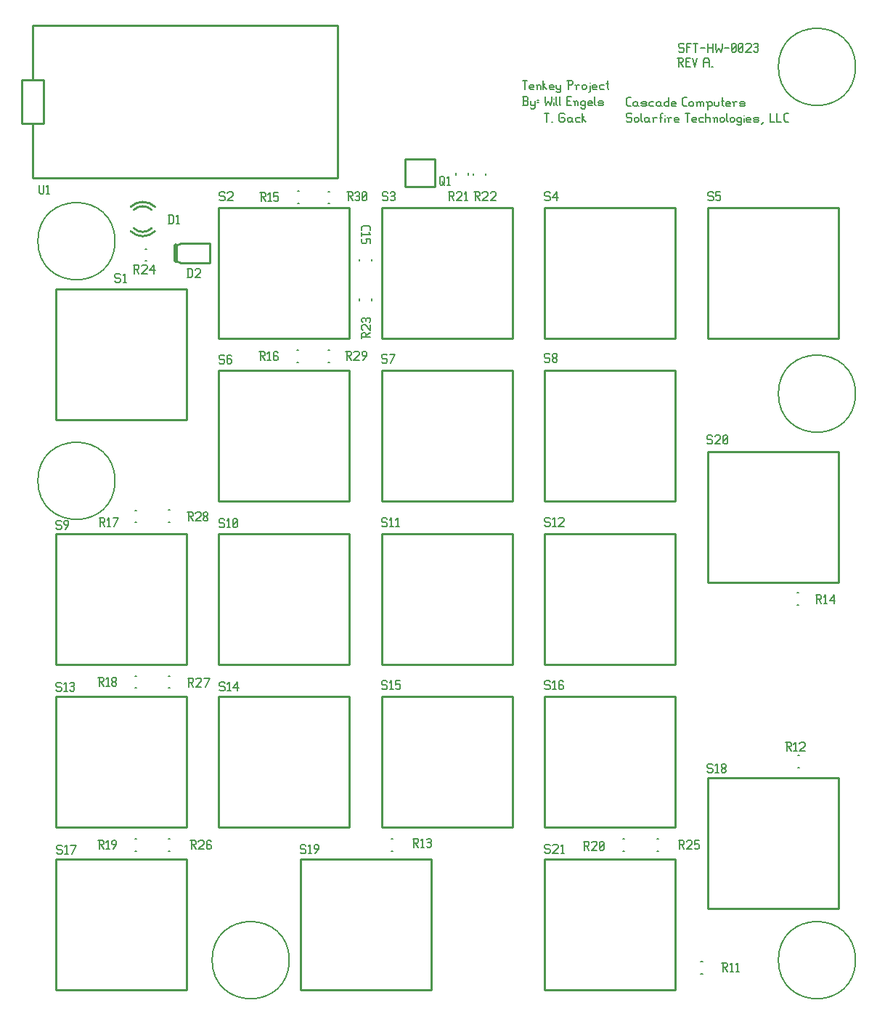
<source format=gto>
G04 start of page 11 for group -4079 idx -4079 *
G04 Title: SFT-HW-0023, topsilk *
G04 Creator: pcb 20110918 *
G04 CreationDate: Fri 17 Apr 2015 10:20:39 PM GMT UTC *
G04 For: tgack *
G04 Format: Gerber/RS-274X *
G04 PCB-Dimensions: 380630 455118 *
G04 PCB-Coordinate-Origin: lower left *
%MOIN*%
%FSLAX25Y25*%
%LNTOPSILK*%
%ADD108C,0.0200*%
%ADD107C,0.0100*%
%ADD106C,0.0080*%
G54D106*X224803Y428921D02*X226803D01*
X225803D02*Y424921D01*
X228503D02*X230003D01*
X228003Y425421D02*X228503Y424921D01*
X228003Y426421D02*Y425421D01*
Y426421D02*X228503Y426921D01*
X229503D01*
X230003Y426421D01*
X228003Y425921D02*X230003D01*
Y426421D02*Y425921D01*
X231703Y426421D02*Y424921D01*
Y426421D02*X232203Y426921D01*
X232703D01*
X233203Y426421D01*
Y424921D01*
X231203Y426921D02*X231703Y426421D01*
X234403Y428921D02*Y424921D01*
Y426421D02*X235903Y424921D01*
X234403Y426421D02*X235403Y427421D01*
X237603Y424921D02*X239103D01*
X237103Y425421D02*X237603Y424921D01*
X237103Y426421D02*Y425421D01*
Y426421D02*X237603Y426921D01*
X238603D01*
X239103Y426421D01*
X237103Y425921D02*X239103D01*
Y426421D02*Y425921D01*
X240303Y426921D02*Y425421D01*
X240803Y424921D01*
X242303Y426921D02*Y423921D01*
X241803Y423421D02*X242303Y423921D01*
X240803Y423421D02*X241803D01*
X240303Y423921D02*X240803Y423421D01*
Y424921D02*X241803D01*
X242303Y425421D01*
X245803Y428921D02*Y424921D01*
X245303Y428921D02*X247303D01*
X247803Y428421D01*
Y427421D01*
X247303Y426921D02*X247803Y427421D01*
X245803Y426921D02*X247303D01*
X249503Y426421D02*Y424921D01*
Y426421D02*X250003Y426921D01*
X251003D01*
X249003D02*X249503Y426421D01*
X252203D02*Y425421D01*
Y426421D02*X252703Y426921D01*
X253703D01*
X254203Y426421D01*
Y425421D01*
X253703Y424921D02*X254203Y425421D01*
X252703Y424921D02*X253703D01*
X252203Y425421D02*X252703Y424921D01*
X255903Y427921D02*Y427821D01*
Y426421D02*Y423921D01*
X255403Y423421D02*X255903Y423921D01*
X257403Y424921D02*X258903D01*
X256903Y425421D02*X257403Y424921D01*
X256903Y426421D02*Y425421D01*
Y426421D02*X257403Y426921D01*
X258403D01*
X258903Y426421D01*
X256903Y425921D02*X258903D01*
Y426421D02*Y425921D01*
X260603Y426921D02*X262103D01*
X260103Y426421D02*X260603Y426921D01*
X260103Y426421D02*Y425421D01*
X260603Y424921D01*
X262103D01*
X263803Y428921D02*Y425421D01*
X264303Y424921D01*
X263303Y427421D02*X264303D01*
X235039Y413961D02*X237039D01*
X236039D02*Y409961D01*
X238239D02*X238739D01*
X243739Y413961D02*X244239Y413461D01*
X242239Y413961D02*X243739D01*
X241739Y413461D02*X242239Y413961D01*
X241739Y413461D02*Y410461D01*
X242239Y409961D01*
X243739D01*
X244239Y410461D01*
Y411461D02*Y410461D01*
X243739Y411961D02*X244239Y411461D01*
X242739Y411961D02*X243739D01*
X246939D02*X247439Y411461D01*
X245939Y411961D02*X246939D01*
X245439Y411461D02*X245939Y411961D01*
X245439Y411461D02*Y410461D01*
X245939Y409961D01*
X247439Y411961D02*Y410461D01*
X247939Y409961D01*
X245939D02*X246939D01*
X247439Y410461D01*
X249639Y411961D02*X251139D01*
X249139Y411461D02*X249639Y411961D01*
X249139Y411461D02*Y410461D01*
X249639Y409961D01*
X251139D01*
X252339Y413961D02*Y409961D01*
Y411461D02*X253839Y409961D01*
X252339Y411461D02*X253339Y412461D01*
X224803Y417441D02*X226803D01*
X227303Y417941D01*
Y419141D02*Y417941D01*
X226803Y419641D02*X227303Y419141D01*
X225303Y419641D02*X226803D01*
X225303Y421441D02*Y417441D01*
X224803Y421441D02*X226803D01*
X227303Y420941D01*
Y420141D01*
X226803Y419641D02*X227303Y420141D01*
X228503Y419441D02*Y417941D01*
X229003Y417441D01*
X230503Y419441D02*Y416441D01*
X230003Y415941D02*X230503Y416441D01*
X229003Y415941D02*X230003D01*
X228503Y416441D02*X229003Y415941D01*
Y417441D02*X230003D01*
X230503Y417941D01*
X231703Y419941D02*X232203D01*
X231703Y418941D02*X232203D01*
X235203Y421441D02*Y419441D01*
X235703Y417441D01*
X236703Y419441D01*
X237703Y417441D01*
X238203Y419441D01*
Y421441D02*Y419441D01*
X239403Y420441D02*Y420341D01*
Y418941D02*Y417441D01*
X240403Y421441D02*Y417941D01*
X240903Y417441D01*
X241903Y421441D02*Y417941D01*
X242403Y417441D01*
X245203Y419641D02*X246703D01*
X245203Y417441D02*X247203D01*
X245203Y421441D02*Y417441D01*
Y421441D02*X247203D01*
X248903Y418941D02*Y417441D01*
Y418941D02*X249403Y419441D01*
X249903D01*
X250403Y418941D01*
Y417441D01*
X248403Y419441D02*X248903Y418941D01*
X253103Y419441D02*X253603Y418941D01*
X252103Y419441D02*X253103D01*
X251603Y418941D02*X252103Y419441D01*
X251603Y418941D02*Y417941D01*
X252103Y417441D01*
X253103D01*
X253603Y417941D01*
X251603Y416441D02*X252103Y415941D01*
X253103D01*
X253603Y416441D01*
Y419441D02*Y416441D01*
X255303Y417441D02*X256803D01*
X254803Y417941D02*X255303Y417441D01*
X254803Y418941D02*Y417941D01*
Y418941D02*X255303Y419441D01*
X256303D01*
X256803Y418941D01*
X254803Y418441D02*X256803D01*
Y418941D02*Y418441D01*
X258003Y421441D02*Y417941D01*
X258503Y417441D01*
X260003D02*X261503D01*
X262003Y417941D01*
X261503Y418441D02*X262003Y417941D01*
X260003Y418441D02*X261503D01*
X259503Y418941D02*X260003Y418441D01*
X259503Y418941D02*X260003Y419441D01*
X261503D01*
X262003Y418941D01*
X259503Y417941D02*X260003Y417441D01*
X298457Y445850D02*X298957Y445350D01*
X296957Y445850D02*X298457D01*
X296457Y445350D02*X296957Y445850D01*
X296457Y445350D02*Y444350D01*
X296957Y443850D01*
X298457D01*
X298957Y443350D01*
Y442350D01*
X298457Y441850D02*X298957Y442350D01*
X296957Y441850D02*X298457D01*
X296457Y442350D02*X296957Y441850D01*
X300157Y445850D02*Y441850D01*
Y445850D02*X302157D01*
X300157Y444050D02*X301657D01*
X303357Y445850D02*X305357D01*
X304357D02*Y441850D01*
X306557Y443850D02*X308557D01*
X309757Y445850D02*Y441850D01*
X312257Y445850D02*Y441850D01*
X309757Y443850D02*X312257D01*
X313457Y445850D02*Y443850D01*
X313957Y441850D01*
X314957Y443850D01*
X315957Y441850D01*
X316457Y443850D01*
Y445850D02*Y443850D01*
X317657D02*X319657D01*
X320857Y442350D02*X321357Y441850D01*
X320857Y445350D02*Y442350D01*
Y445350D02*X321357Y445850D01*
X322357D01*
X322857Y445350D01*
Y442350D01*
X322357Y441850D02*X322857Y442350D01*
X321357Y441850D02*X322357D01*
X320857Y442850D02*X322857Y444850D01*
X324057Y442350D02*X324557Y441850D01*
X324057Y445350D02*Y442350D01*
Y445350D02*X324557Y445850D01*
X325557D01*
X326057Y445350D01*
Y442350D01*
X325557Y441850D02*X326057Y442350D01*
X324557Y441850D02*X325557D01*
X324057Y442850D02*X326057Y444850D01*
X327257Y445350D02*X327757Y445850D01*
X329257D01*
X329757Y445350D01*
Y444350D01*
X327257Y441850D02*X329757Y444350D01*
X327257Y441850D02*X329757D01*
X330957Y445350D02*X331457Y445850D01*
X332457D01*
X332957Y445350D01*
X332457Y441850D02*X332957Y442350D01*
X331457Y441850D02*X332457D01*
X330957Y442350D02*X331457Y441850D01*
Y444050D02*X332457D01*
X332957Y445350D02*Y444550D01*
Y443550D02*Y442350D01*
Y443550D02*X332457Y444050D01*
X332957Y444550D02*X332457Y444050D01*
X296063Y439157D02*X298063D01*
X298563Y438657D01*
Y437657D01*
X298063Y437157D02*X298563Y437657D01*
X296563Y437157D02*X298063D01*
X296563Y439157D02*Y435157D01*
X297363Y437157D02*X298563Y435157D01*
X299763Y437357D02*X301263D01*
X299763Y435157D02*X301763D01*
X299763Y439157D02*Y435157D01*
Y439157D02*X301763D01*
X302963D02*X303963Y435157D01*
X304963Y439157D01*
X307963Y438157D02*Y435157D01*
Y438157D02*X308663Y439157D01*
X309763D01*
X310463Y438157D01*
Y435157D01*
X307963Y437157D02*X310463D01*
X311663Y435157D02*X312163D01*
X273141Y417047D02*X274441D01*
X272441Y417747D02*X273141Y417047D01*
X272441Y420347D02*Y417747D01*
Y420347D02*X273141Y421047D01*
X274441D01*
X277141Y419047D02*X277641Y418547D01*
X276141Y419047D02*X277141D01*
X275641Y418547D02*X276141Y419047D01*
X275641Y418547D02*Y417547D01*
X276141Y417047D01*
X277641Y419047D02*Y417547D01*
X278141Y417047D01*
X276141D02*X277141D01*
X277641Y417547D01*
X279841Y417047D02*X281341D01*
X281841Y417547D01*
X281341Y418047D02*X281841Y417547D01*
X279841Y418047D02*X281341D01*
X279341Y418547D02*X279841Y418047D01*
X279341Y418547D02*X279841Y419047D01*
X281341D01*
X281841Y418547D01*
X279341Y417547D02*X279841Y417047D01*
X283541Y419047D02*X285041D01*
X283041Y418547D02*X283541Y419047D01*
X283041Y418547D02*Y417547D01*
X283541Y417047D01*
X285041D01*
X287741Y419047D02*X288241Y418547D01*
X286741Y419047D02*X287741D01*
X286241Y418547D02*X286741Y419047D01*
X286241Y418547D02*Y417547D01*
X286741Y417047D01*
X288241Y419047D02*Y417547D01*
X288741Y417047D01*
X286741D02*X287741D01*
X288241Y417547D01*
X291941Y421047D02*Y417047D01*
X291441D02*X291941Y417547D01*
X290441Y417047D02*X291441D01*
X289941Y417547D02*X290441Y417047D01*
X289941Y418547D02*Y417547D01*
Y418547D02*X290441Y419047D01*
X291441D01*
X291941Y418547D01*
X293641Y417047D02*X295141D01*
X293141Y417547D02*X293641Y417047D01*
X293141Y418547D02*Y417547D01*
Y418547D02*X293641Y419047D01*
X294641D01*
X295141Y418547D01*
X293141Y418047D02*X295141D01*
Y418547D02*Y418047D01*
X298841Y417047D02*X300141D01*
X298141Y417747D02*X298841Y417047D01*
X298141Y420347D02*Y417747D01*
Y420347D02*X298841Y421047D01*
X300141D01*
X301341Y418547D02*Y417547D01*
Y418547D02*X301841Y419047D01*
X302841D01*
X303341Y418547D01*
Y417547D01*
X302841Y417047D02*X303341Y417547D01*
X301841Y417047D02*X302841D01*
X301341Y417547D02*X301841Y417047D01*
X305041Y418547D02*Y417047D01*
Y418547D02*X305541Y419047D01*
X306041D01*
X306541Y418547D01*
Y417047D01*
Y418547D02*X307041Y419047D01*
X307541D01*
X308041Y418547D01*
Y417047D01*
X304541Y419047D02*X305041Y418547D01*
X309741D02*Y415547D01*
X309241Y419047D02*X309741Y418547D01*
X310241Y419047D01*
X311241D01*
X311741Y418547D01*
Y417547D01*
X311241Y417047D02*X311741Y417547D01*
X310241Y417047D02*X311241D01*
X309741Y417547D02*X310241Y417047D01*
X312941Y419047D02*Y417547D01*
X313441Y417047D01*
X314441D01*
X314941Y417547D01*
Y419047D02*Y417547D01*
X316641Y421047D02*Y417547D01*
X317141Y417047D01*
X316141Y419547D02*X317141D01*
X318641Y417047D02*X320141D01*
X318141Y417547D02*X318641Y417047D01*
X318141Y418547D02*Y417547D01*
Y418547D02*X318641Y419047D01*
X319641D01*
X320141Y418547D01*
X318141Y418047D02*X320141D01*
Y418547D02*Y418047D01*
X321841Y418547D02*Y417047D01*
Y418547D02*X322341Y419047D01*
X323341D01*
X321341D02*X321841Y418547D01*
X325041Y417047D02*X326541D01*
X327041Y417547D01*
X326541Y418047D02*X327041Y417547D01*
X325041Y418047D02*X326541D01*
X324541Y418547D02*X325041Y418047D01*
X324541Y418547D02*X325041Y419047D01*
X326541D01*
X327041Y418547D01*
X324541Y417547D02*X325041Y417047D01*
X274441Y413961D02*X274941Y413461D01*
X272941Y413961D02*X274441D01*
X272441Y413461D02*X272941Y413961D01*
X272441Y413461D02*Y412461D01*
X272941Y411961D01*
X274441D01*
X274941Y411461D01*
Y410461D01*
X274441Y409961D02*X274941Y410461D01*
X272941Y409961D02*X274441D01*
X272441Y410461D02*X272941Y409961D01*
X276141Y411461D02*Y410461D01*
Y411461D02*X276641Y411961D01*
X277641D01*
X278141Y411461D01*
Y410461D01*
X277641Y409961D02*X278141Y410461D01*
X276641Y409961D02*X277641D01*
X276141Y410461D02*X276641Y409961D01*
X279341Y413961D02*Y410461D01*
X279841Y409961D01*
X282341Y411961D02*X282841Y411461D01*
X281341Y411961D02*X282341D01*
X280841Y411461D02*X281341Y411961D01*
X280841Y411461D02*Y410461D01*
X281341Y409961D01*
X282841Y411961D02*Y410461D01*
X283341Y409961D01*
X281341D02*X282341D01*
X282841Y410461D01*
X285041Y411461D02*Y409961D01*
Y411461D02*X285541Y411961D01*
X286541D01*
X284541D02*X285041Y411461D01*
X288241Y413461D02*Y409961D01*
Y413461D02*X288741Y413961D01*
X289241D01*
X287741Y411961D02*X288741D01*
X290241Y412961D02*Y412861D01*
Y411461D02*Y409961D01*
X291741Y411461D02*Y409961D01*
Y411461D02*X292241Y411961D01*
X293241D01*
X291241D02*X291741Y411461D01*
X294941Y409961D02*X296441D01*
X294441Y410461D02*X294941Y409961D01*
X294441Y411461D02*Y410461D01*
Y411461D02*X294941Y411961D01*
X295941D01*
X296441Y411461D01*
X294441Y410961D02*X296441D01*
Y411461D02*Y410961D01*
X299441Y413961D02*X301441D01*
X300441D02*Y409961D01*
X303141D02*X304641D01*
X302641Y410461D02*X303141Y409961D01*
X302641Y411461D02*Y410461D01*
Y411461D02*X303141Y411961D01*
X304141D01*
X304641Y411461D01*
X302641Y410961D02*X304641D01*
Y411461D02*Y410961D01*
X306341Y411961D02*X307841D01*
X305841Y411461D02*X306341Y411961D01*
X305841Y411461D02*Y410461D01*
X306341Y409961D01*
X307841D01*
X309041Y413961D02*Y409961D01*
Y411461D02*X309541Y411961D01*
X310541D01*
X311041Y411461D01*
Y409961D01*
X312741Y411461D02*Y409961D01*
Y411461D02*X313241Y411961D01*
X313741D01*
X314241Y411461D01*
Y409961D01*
X312241Y411961D02*X312741Y411461D01*
X315441D02*Y410461D01*
Y411461D02*X315941Y411961D01*
X316941D01*
X317441Y411461D01*
Y410461D01*
X316941Y409961D02*X317441Y410461D01*
X315941Y409961D02*X316941D01*
X315441Y410461D02*X315941Y409961D01*
X318641Y413961D02*Y410461D01*
X319141Y409961D01*
X320141Y411461D02*Y410461D01*
Y411461D02*X320641Y411961D01*
X321641D01*
X322141Y411461D01*
Y410461D01*
X321641Y409961D02*X322141Y410461D01*
X320641Y409961D02*X321641D01*
X320141Y410461D02*X320641Y409961D01*
X324841Y411961D02*X325341Y411461D01*
X323841Y411961D02*X324841D01*
X323341Y411461D02*X323841Y411961D01*
X323341Y411461D02*Y410461D01*
X323841Y409961D01*
X324841D01*
X325341Y410461D01*
X323341Y408961D02*X323841Y408461D01*
X324841D01*
X325341Y408961D01*
Y411961D02*Y408961D01*
X326541Y412961D02*Y412861D01*
Y411461D02*Y409961D01*
X328041D02*X329541D01*
X327541Y410461D02*X328041Y409961D01*
X327541Y411461D02*Y410461D01*
Y411461D02*X328041Y411961D01*
X329041D01*
X329541Y411461D01*
X327541Y410961D02*X329541D01*
Y411461D02*Y410961D01*
X331241Y409961D02*X332741D01*
X333241Y410461D01*
X332741Y410961D02*X333241Y410461D01*
X331241Y410961D02*X332741D01*
X330741Y411461D02*X331241Y410961D01*
X330741Y411461D02*X331241Y411961D01*
X332741D01*
X333241Y411461D01*
X330741Y410461D02*X331241Y409961D01*
X334441Y408961D02*X335441Y409961D01*
X338441Y413961D02*Y409961D01*
X340441D01*
X341641Y413961D02*Y409961D01*
X343641D01*
X345541D02*X346841D01*
X344841Y410661D02*X345541Y409961D01*
X344841Y413261D02*Y410661D01*
Y413261D02*X345541Y413961D01*
X346841D01*
G54D107*X234961Y71338D02*X294961D01*
Y11338D01*
X234961D01*
Y71338D01*
Y220945D02*X294961D01*
Y160945D01*
X234961D01*
Y220945D01*
Y146142D02*X294961D01*
Y86142D01*
X234961D01*
Y146142D01*
Y295748D02*X294961D01*
Y235748D01*
X234961D01*
Y295748D01*
G54D106*X350788Y193700D02*X351574D01*
X350788Y188190D02*X351574D01*
G54D107*X309764Y370551D02*X369764D01*
Y310551D01*
X309764D01*
Y370551D01*
Y258346D02*X369764D01*
Y198346D01*
X309764D01*
Y258346D01*
G54D106*X342283Y435118D02*G75*G03X342283Y435118I17717J0D01*G01*
Y285118D02*G75*G03X342283Y285118I17717J0D01*G01*
X351103Y118975D02*X351889D01*
X351103Y113465D02*X351889D01*
G54D107*X309764Y108740D02*X369764D01*
Y48740D01*
X309764D01*
Y108740D01*
G54D106*X306694Y18898D02*X307480D01*
X306694Y24408D02*X307480D01*
X342283Y25118D02*G75*G03X342283Y25118I17717J0D01*G01*
X135434Y305117D02*X136220D01*
X135434Y299607D02*X136220D01*
X46851Y231495D02*X47637D01*
X46851Y225985D02*X47637D01*
X121261Y305117D02*X122047D01*
X121261Y299607D02*X122047D01*
G54D107*X10551Y333149D02*X70551D01*
Y273149D01*
X10551D01*
Y333149D01*
X85354Y295748D02*X145354D01*
Y235748D01*
X85354D01*
Y295748D01*
G54D106*X135434Y377952D02*X136220D01*
X135434Y372442D02*X136220D01*
X121497Y378030D02*X122283D01*
X121497Y372520D02*X122283D01*
X207779Y386275D02*Y385489D01*
X202269Y386275D02*Y385489D01*
X199905Y386354D02*Y385568D01*
X194395Y386354D02*Y385568D01*
G54D107*X170748Y380012D02*X184648D01*
Y392812D02*Y380012D01*
X170748Y392812D02*X184648D01*
X170748D02*Y380012D01*
G54D106*X51576Y351574D02*X52362D01*
X51576Y346064D02*X52362D01*
X155511Y346850D02*Y346064D01*
X150001Y346850D02*Y346064D01*
Y328739D02*Y327953D01*
X155511Y328739D02*Y327953D01*
G54D107*X85354Y370551D02*X145354D01*
Y310551D01*
X85354D01*
Y370551D01*
X160157D02*X220157D01*
Y310551D01*
X160157D01*
Y370551D01*
X234961D02*X294961D01*
Y310551D01*
X234961D01*
Y370551D01*
G54D108*X65558Y353185D02*Y346185D01*
G54D107*X68058Y345185D01*
X81158D01*
Y354185D01*
X68058D01*
X65558Y353185D01*
X0Y454118D02*X140000D01*
Y384118D01*
X0D01*
X-5000Y409118D02*Y429118D01*
X5000D01*
Y409118D01*
X-5000D01*
X0Y454118D02*Y429118D01*
Y384118D02*Y409118D01*
X54644Y369447D02*G75*G03X46300Y369447I-4172J-4172D01*G01*
X46300Y361103D02*G75*G03X54644Y361103I4172J4172D01*G01*
X56058Y370861D02*G75*G03X44886Y370861I-5586J-5586D01*G01*
X44886Y359689D02*G75*G03X56058Y359689I5586J5586D01*G01*
G54D106*X2283Y245118D02*G75*G03X2283Y245118I17717J0D01*G01*
Y355118D02*G75*G03X2283Y355118I17717J0D01*G01*
X62127Y155590D02*X62913D01*
X62127Y150080D02*X62913D01*
X46772Y155590D02*X47558D01*
X46772Y150080D02*X47558D01*
G54D107*X10551Y220945D02*X70551D01*
Y160945D01*
X10551D01*
Y220945D01*
Y146142D02*X70551D01*
Y86142D01*
X10551D01*
Y146142D01*
X160157Y220945D02*X220157D01*
Y160945D01*
X160157D01*
Y220945D01*
Y295748D02*X220157D01*
Y235748D01*
X160157D01*
Y295748D01*
G54D106*X62284Y231653D02*X63070D01*
X62284Y226143D02*X63070D01*
G54D107*X85354Y220945D02*X145354D01*
Y160945D01*
X85354D01*
Y220945D01*
G54D106*X286615Y80708D02*X287401D01*
X286615Y75198D02*X287401D01*
X270867Y80708D02*X271653D01*
X270867Y75198D02*X271653D01*
X164410Y80786D02*X165196D01*
X164410Y75276D02*X165196D01*
G54D107*X85354Y146142D02*X145354D01*
Y86142D01*
X85354D01*
Y146142D01*
X160157D02*X220157D01*
Y86142D01*
X160157D01*
Y146142D01*
G54D106*X62205Y80708D02*X62991D01*
X62205Y75198D02*X62991D01*
X46851Y80708D02*X47637D01*
X46851Y75198D02*X47637D01*
G54D107*X10551Y71338D02*X70551D01*
Y11338D01*
X10551D01*
Y71338D01*
G54D106*X82283Y25118D02*G75*G03X82283Y25118I17717J0D01*G01*
G54D107*X122756Y71338D02*X182756D01*
Y11338D01*
X122756D01*
Y71338D01*
G54D106*X71181Y154591D02*X73181D01*
X73681Y154091D01*
Y153091D01*
X73181Y152591D02*X73681Y153091D01*
X71681Y152591D02*X73181D01*
X71681Y154591D02*Y150591D01*
X72481Y152591D02*X73681Y150591D01*
X74881Y154091D02*X75381Y154591D01*
X76881D01*
X77381Y154091D01*
Y153091D01*
X74881Y150591D02*X77381Y153091D01*
X74881Y150591D02*X77381D01*
X79081D02*X81081Y154591D01*
X78581D02*X81081D01*
X72362Y80103D02*X74362D01*
X74862Y79603D01*
Y78603D01*
X74362Y78103D02*X74862Y78603D01*
X72862Y78103D02*X74362D01*
X72862Y80103D02*Y76103D01*
X73662Y78103D02*X74862Y76103D01*
X76062Y79603D02*X76562Y80103D01*
X78062D01*
X78562Y79603D01*
Y78603D01*
X76062Y76103D02*X78562Y78603D01*
X76062Y76103D02*X78562D01*
X81262Y80103D02*X81762Y79603D01*
X80262Y80103D02*X81262D01*
X79762Y79603D02*X80262Y80103D01*
X79762Y79603D02*Y76603D01*
X80262Y76103D01*
X81262Y78303D02*X81762Y77803D01*
X79762Y78303D02*X81262D01*
X80262Y76103D02*X81262D01*
X81762Y76603D01*
Y77803D02*Y76603D01*
X29921Y154906D02*X31921D01*
X32421Y154406D01*
Y153406D01*
X31921Y152906D02*X32421Y153406D01*
X30421Y152906D02*X31921D01*
X30421Y154906D02*Y150906D01*
X31221Y152906D02*X32421Y150906D01*
X33621Y154106D02*X34421Y154906D01*
Y150906D01*
X33621D02*X35121D01*
X36321Y151406D02*X36821Y150906D01*
X36321Y152206D02*Y151406D01*
Y152206D02*X37021Y152906D01*
X37621D01*
X38321Y152206D01*
Y151406D01*
X37821Y150906D02*X38321Y151406D01*
X36821Y150906D02*X37821D01*
X36321Y153606D02*X37021Y152906D01*
X36321Y154406D02*Y153606D01*
Y154406D02*X36821Y154906D01*
X37821D01*
X38321Y154406D01*
Y153606D01*
X37621Y152906D02*X38321Y153606D01*
X12630Y152544D02*X13130Y152044D01*
X11130Y152544D02*X12630D01*
X10630Y152044D02*X11130Y152544D01*
X10630Y152044D02*Y151044D01*
X11130Y150544D01*
X12630D01*
X13130Y150044D01*
Y149044D01*
X12630Y148544D02*X13130Y149044D01*
X11130Y148544D02*X12630D01*
X10630Y149044D02*X11130Y148544D01*
X14330Y151744D02*X15130Y152544D01*
Y148544D01*
X14330D02*X15830D01*
X17030Y152044D02*X17530Y152544D01*
X18530D01*
X19030Y152044D01*
X18530Y148544D02*X19030Y149044D01*
X17530Y148544D02*X18530D01*
X17030Y149044D02*X17530Y148544D01*
Y150744D02*X18530D01*
X19030Y152044D02*Y151244D01*
Y150244D02*Y149044D01*
Y150244D02*X18530Y150744D01*
X19030Y151244D02*X18530Y150744D01*
X87590Y152701D02*X88090Y152201D01*
X86090Y152701D02*X87590D01*
X85590Y152201D02*X86090Y152701D01*
X85590Y152201D02*Y151201D01*
X86090Y150701D01*
X87590D01*
X88090Y150201D01*
Y149201D01*
X87590Y148701D02*X88090Y149201D01*
X86090Y148701D02*X87590D01*
X85590Y149201D02*X86090Y148701D01*
X89290Y151901D02*X90090Y152701D01*
Y148701D01*
X89290D02*X90790D01*
X91990Y150201D02*X93990Y152701D01*
X91990Y150201D02*X94490D01*
X93990Y152701D02*Y148701D01*
X237040Y78212D02*X237540Y77712D01*
X235540Y78212D02*X237040D01*
X235040Y77712D02*X235540Y78212D01*
X235040Y77712D02*Y76712D01*
X235540Y76212D01*
X237040D01*
X237540Y75712D01*
Y74712D01*
X237040Y74212D02*X237540Y74712D01*
X235540Y74212D02*X237040D01*
X235040Y74712D02*X235540Y74212D01*
X238740Y77712D02*X239240Y78212D01*
X240740D01*
X241240Y77712D01*
Y76712D01*
X238740Y74212D02*X241240Y76712D01*
X238740Y74212D02*X241240D01*
X242440Y77412D02*X243240Y78212D01*
Y74212D01*
X242440D02*X243940D01*
X29921Y80024D02*X31921D01*
X32421Y79524D01*
Y78524D01*
X31921Y78024D02*X32421Y78524D01*
X30421Y78024D02*X31921D01*
X30421Y80024D02*Y76024D01*
X31221Y78024D02*X32421Y76024D01*
X33621Y79224D02*X34421Y80024D01*
Y76024D01*
X33621D02*X35121D01*
X36821D02*X38321Y78024D01*
Y79524D02*Y78024D01*
X37821Y80024D02*X38321Y79524D01*
X36821Y80024D02*X37821D01*
X36321Y79524D02*X36821Y80024D01*
X36321Y79524D02*Y78524D01*
X36821Y78024D01*
X38321D01*
X124835Y78133D02*X125335Y77633D01*
X123335Y78133D02*X124835D01*
X122835Y77633D02*X123335Y78133D01*
X122835Y77633D02*Y76633D01*
X123335Y76133D01*
X124835D01*
X125335Y75633D01*
Y74633D01*
X124835Y74133D02*X125335Y74633D01*
X123335Y74133D02*X124835D01*
X122835Y74633D02*X123335Y74133D01*
X126535Y77333D02*X127335Y78133D01*
Y74133D01*
X126535D02*X128035D01*
X129735D02*X131235Y76133D01*
Y77633D02*Y76133D01*
X130735Y78133D02*X131235Y77633D01*
X129735Y78133D02*X130735D01*
X129235Y77633D02*X129735Y78133D01*
X129235Y77633D02*Y76633D01*
X129735Y76133D01*
X131235D01*
X87433Y227740D02*X87933Y227240D01*
X85933Y227740D02*X87433D01*
X85433Y227240D02*X85933Y227740D01*
X85433Y227240D02*Y226240D01*
X85933Y225740D01*
X87433D01*
X87933Y225240D01*
Y224240D01*
X87433Y223740D02*X87933Y224240D01*
X85933Y223740D02*X87433D01*
X85433Y224240D02*X85933Y223740D01*
X89133Y226940D02*X89933Y227740D01*
Y223740D01*
X89133D02*X90633D01*
X91833Y224240D02*X92333Y223740D01*
X91833Y227240D02*Y224240D01*
Y227240D02*X92333Y227740D01*
X93333D01*
X93833Y227240D01*
Y224240D01*
X93333Y223740D02*X93833Y224240D01*
X92333Y223740D02*X93333D01*
X91833Y224740D02*X93833Y226740D01*
X174409Y80890D02*X176409D01*
X176909Y80390D01*
Y79390D01*
X176409Y78890D02*X176909Y79390D01*
X174909Y78890D02*X176409D01*
X174909Y80890D02*Y76890D01*
X175709Y78890D02*X176909Y76890D01*
X178109Y80090D02*X178909Y80890D01*
Y76890D01*
X178109D02*X179609D01*
X180809Y80390D02*X181309Y80890D01*
X182309D01*
X182809Y80390D01*
X182309Y76890D02*X182809Y77390D01*
X181309Y76890D02*X182309D01*
X180809Y77390D02*X181309Y76890D01*
Y79090D02*X182309D01*
X182809Y80390D02*Y79590D01*
Y78590D02*Y77390D01*
Y78590D02*X182309Y79090D01*
X182809Y79590D02*X182309Y79090D01*
X162236Y153331D02*X162736Y152831D01*
X160736Y153331D02*X162236D01*
X160236Y152831D02*X160736Y153331D01*
X160236Y152831D02*Y151831D01*
X160736Y151331D01*
X162236D01*
X162736Y150831D01*
Y149831D01*
X162236Y149331D02*X162736Y149831D01*
X160736Y149331D02*X162236D01*
X160236Y149831D02*X160736Y149331D01*
X163936Y152531D02*X164736Y153331D01*
Y149331D01*
X163936D02*X165436D01*
X166636Y153331D02*X168636D01*
X166636D02*Y151331D01*
X167136Y151831D01*
X168136D01*
X168636Y151331D01*
Y149831D01*
X168136Y149331D02*X168636Y149831D01*
X167136Y149331D02*X168136D01*
X166636Y149831D02*X167136Y149331D01*
X237040Y153331D02*X237540Y152831D01*
X235540Y153331D02*X237040D01*
X235040Y152831D02*X235540Y153331D01*
X235040Y152831D02*Y151831D01*
X235540Y151331D01*
X237040D01*
X237540Y150831D01*
Y149831D01*
X237040Y149331D02*X237540Y149831D01*
X235540Y149331D02*X237040D01*
X235040Y149831D02*X235540Y149331D01*
X238740Y152531D02*X239540Y153331D01*
Y149331D01*
X238740D02*X240240D01*
X242940Y153331D02*X243440Y152831D01*
X241940Y153331D02*X242940D01*
X241440Y152831D02*X241940Y153331D01*
X241440Y152831D02*Y149831D01*
X241940Y149331D01*
X242940Y151531D02*X243440Y151031D01*
X241440Y151531D02*X242940D01*
X241940Y149331D02*X242940D01*
X243440Y149831D01*
Y151031D02*Y149831D01*
X12945Y77818D02*X13445Y77318D01*
X11445Y77818D02*X12945D01*
X10945Y77318D02*X11445Y77818D01*
X10945Y77318D02*Y76318D01*
X11445Y75818D01*
X12945D01*
X13445Y75318D01*
Y74318D01*
X12945Y73818D02*X13445Y74318D01*
X11445Y73818D02*X12945D01*
X10945Y74318D02*X11445Y73818D01*
X14645Y77018D02*X15445Y77818D01*
Y73818D01*
X14645D02*X16145D01*
X17845D02*X19845Y77818D01*
X17345D02*X19845D01*
X144251Y377741D02*X146251D01*
X146751Y377241D01*
Y376241D01*
X146251Y375741D02*X146751Y376241D01*
X144751Y375741D02*X146251D01*
X144751Y377741D02*Y373741D01*
X145551Y375741D02*X146751Y373741D01*
X147951Y377241D02*X148451Y377741D01*
X149451D01*
X149951Y377241D01*
X149451Y373741D02*X149951Y374241D01*
X148451Y373741D02*X149451D01*
X147951Y374241D02*X148451Y373741D01*
Y375941D02*X149451D01*
X149951Y377241D02*Y376441D01*
Y375441D02*Y374241D01*
Y375441D02*X149451Y375941D01*
X149951Y376441D02*X149451Y375941D01*
X151151Y374241D02*X151651Y373741D01*
X151151Y377241D02*Y374241D01*
Y377241D02*X151651Y377741D01*
X152651D01*
X153151Y377241D01*
Y374241D01*
X152651Y373741D02*X153151Y374241D01*
X151651Y373741D02*X152651D01*
X151151Y374741D02*X153151Y376741D01*
X71287Y342394D02*Y338394D01*
X72587Y342394D02*X73287Y341694D01*
Y339094D01*
X72587Y338394D02*X73287Y339094D01*
X70787Y338394D02*X72587D01*
X70787Y342394D02*X72587D01*
X74487Y341894D02*X74987Y342394D01*
X76487D01*
X76987Y341894D01*
Y340894D01*
X74487Y338394D02*X76987Y340894D01*
X74487Y338394D02*X76987D01*
X104331Y377346D02*X106331D01*
X106831Y376846D01*
Y375846D01*
X106331Y375346D02*X106831Y375846D01*
X104831Y375346D02*X106331D01*
X104831Y377346D02*Y373346D01*
X105631Y375346D02*X106831Y373346D01*
X108031Y376546D02*X108831Y377346D01*
Y373346D01*
X108031D02*X109531D01*
X110731Y377346D02*X112731D01*
X110731D02*Y375346D01*
X111231Y375846D01*
X112231D01*
X112731Y375346D01*
Y373846D01*
X112231Y373346D02*X112731Y373846D01*
X111231Y373346D02*X112231D01*
X110731Y373846D02*X111231Y373346D01*
X87590Y377740D02*X88090Y377240D01*
X86090Y377740D02*X87590D01*
X85590Y377240D02*X86090Y377740D01*
X85590Y377240D02*Y376240D01*
X86090Y375740D01*
X87590D01*
X88090Y375240D01*
Y374240D01*
X87590Y373740D02*X88090Y374240D01*
X86090Y373740D02*X87590D01*
X85590Y374240D02*X86090Y373740D01*
X89290Y377240D02*X89790Y377740D01*
X91290D01*
X91790Y377240D01*
Y376240D01*
X89290Y373740D02*X91790Y376240D01*
X89290Y373740D02*X91790D01*
X62626Y367188D02*Y363188D01*
X63926Y367188D02*X64626Y366488D01*
Y363888D01*
X63926Y363188D02*X64626Y363888D01*
X62126Y363188D02*X63926D01*
X62126Y367188D02*X63926D01*
X65826Y366388D02*X66626Y367188D01*
Y363188D01*
X65826D02*X67326D01*
X46221Y344197D02*X48221D01*
X48721Y343697D01*
Y342697D01*
X48221Y342197D02*X48721Y342697D01*
X46721Y342197D02*X48221D01*
X46721Y344197D02*Y340197D01*
X47521Y342197D02*X48721Y340197D01*
X49921Y343697D02*X50421Y344197D01*
X51921D01*
X52421Y343697D01*
Y342697D01*
X49921Y340197D02*X52421Y342697D01*
X49921Y340197D02*X52421D01*
X53621Y341697D02*X55621Y344197D01*
X53621Y341697D02*X56121D01*
X55621Y344197D02*Y340197D01*
X39716Y340259D02*X40216Y339759D01*
X38216Y340259D02*X39716D01*
X37716Y339759D02*X38216Y340259D01*
X37716Y339759D02*Y338759D01*
X38216Y338259D01*
X39716D01*
X40216Y337759D01*
Y336759D01*
X39716Y336259D02*X40216Y336759D01*
X38216Y336259D02*X39716D01*
X37716Y336759D02*X38216Y336259D01*
X41416Y339459D02*X42216Y340259D01*
Y336259D01*
X41416D02*X42916D01*
X3031Y380874D02*Y377374D01*
X3531Y376874D01*
X4531D01*
X5031Y377374D01*
Y380874D02*Y377374D01*
X6231Y380074D02*X7031Y380874D01*
Y376874D01*
X6231D02*X7731D01*
X150906Y361505D02*Y360205D01*
X151606Y362205D02*X150906Y361505D01*
X151606Y362205D02*X154206D01*
X154906Y361505D01*
Y360205D01*
X154106Y359005D02*X154906Y358205D01*
X150906D02*X154906D01*
X150906Y359005D02*Y357505D01*
X154906Y356305D02*Y354305D01*
X152906Y356305D02*X154906D01*
X152906D02*X153406Y355805D01*
Y354805D01*
X152906Y354305D01*
X151406D02*X152906D01*
X150906Y354805D02*X151406Y354305D01*
X150906Y355805D02*Y354805D01*
X151406Y356305D02*X150906Y355805D01*
X202700Y377646D02*X204700D01*
X205200Y377146D01*
Y376146D01*
X204700Y375646D02*X205200Y376146D01*
X203200Y375646D02*X204700D01*
X203200Y377646D02*Y373646D01*
X204000Y375646D02*X205200Y373646D01*
X206400Y377146D02*X206900Y377646D01*
X208400D01*
X208900Y377146D01*
Y376146D01*
X206400Y373646D02*X208900Y376146D01*
X206400Y373646D02*X208900D01*
X210100Y377146D02*X210600Y377646D01*
X212100D01*
X212600Y377146D01*
Y376146D01*
X210100Y373646D02*X212600Y376146D01*
X210100Y373646D02*X212600D01*
X237040Y377740D02*X237540Y377240D01*
X235540Y377740D02*X237040D01*
X235040Y377240D02*X235540Y377740D01*
X235040Y377240D02*Y376240D01*
X235540Y375740D01*
X237040D01*
X237540Y375240D01*
Y374240D01*
X237040Y373740D02*X237540Y374240D01*
X235540Y373740D02*X237040D01*
X235040Y374240D02*X235540Y373740D01*
X238740Y375240D02*X240740Y377740D01*
X238740Y375240D02*X241240D01*
X240740Y377740D02*Y373740D01*
X311921Y377661D02*X312421Y377161D01*
X310421Y377661D02*X311921D01*
X309921Y377161D02*X310421Y377661D01*
X309921Y377161D02*Y376161D01*
X310421Y375661D01*
X311921D01*
X312421Y375161D01*
Y374161D01*
X311921Y373661D02*X312421Y374161D01*
X310421Y373661D02*X311921D01*
X309921Y374161D02*X310421Y373661D01*
X313621Y377661D02*X315621D01*
X313621D02*Y375661D01*
X314121Y376161D01*
X315121D01*
X315621Y375661D01*
Y374161D01*
X315121Y373661D02*X315621Y374161D01*
X314121Y373661D02*X315121D01*
X313621Y374161D02*X314121Y373661D01*
X190811Y377646D02*X192811D01*
X193311Y377146D01*
Y376146D01*
X192811Y375646D02*X193311Y376146D01*
X191311Y375646D02*X192811D01*
X191311Y377646D02*Y373646D01*
X192111Y375646D02*X193311Y373646D01*
X194511Y377146D02*X195011Y377646D01*
X196511D01*
X197011Y377146D01*
Y376146D01*
X194511Y373646D02*X197011Y376146D01*
X194511Y373646D02*X197011D01*
X198211Y376846D02*X199011Y377646D01*
Y373646D01*
X198211D02*X199711D01*
X162472Y377661D02*X162972Y377161D01*
X160972Y377661D02*X162472D01*
X160472Y377161D02*X160972Y377661D01*
X160472Y377161D02*Y376161D01*
X160972Y375661D01*
X162472D01*
X162972Y375161D01*
Y374161D01*
X162472Y373661D02*X162972Y374161D01*
X160972Y373661D02*X162472D01*
X160472Y374161D02*X160972Y373661D01*
X164172Y377161D02*X164672Y377661D01*
X165672D01*
X166172Y377161D01*
X165672Y373661D02*X166172Y374161D01*
X164672Y373661D02*X165672D01*
X164172Y374161D02*X164672Y373661D01*
Y375861D02*X165672D01*
X166172Y377161D02*Y376361D01*
Y375361D02*Y374161D01*
Y375361D02*X165672Y375861D01*
X166172Y376361D02*X165672Y375861D01*
X186890Y384418D02*Y381418D01*
Y384418D02*X187390Y384918D01*
X188390D01*
X188890Y384418D01*
Y381918D01*
X187890Y380918D02*X188890Y381918D01*
X187390Y380918D02*X187890D01*
X186890Y381418D02*X187390Y380918D01*
X187890Y382418D02*X188890Y380918D01*
X190090Y384118D02*X190890Y384918D01*
Y380918D01*
X190090D02*X191590D01*
X162236Y227976D02*X162736Y227476D01*
X160736Y227976D02*X162236D01*
X160236Y227476D02*X160736Y227976D01*
X160236Y227476D02*Y226476D01*
X160736Y225976D01*
X162236D01*
X162736Y225476D01*
Y224476D01*
X162236Y223976D02*X162736Y224476D01*
X160736Y223976D02*X162236D01*
X160236Y224476D02*X160736Y223976D01*
X163936Y227176D02*X164736Y227976D01*
Y223976D01*
X163936D02*X165436D01*
X166636Y227176D02*X167436Y227976D01*
Y223976D01*
X166636D02*X168136D01*
X30472Y228055D02*X32472D01*
X32972Y227555D01*
Y226555D01*
X32472Y226055D02*X32972Y226555D01*
X30972Y226055D02*X32472D01*
X30972Y228055D02*Y224055D01*
X31772Y226055D02*X32972Y224055D01*
X34172Y227255D02*X34972Y228055D01*
Y224055D01*
X34172D02*X35672D01*
X37372D02*X39372Y228055D01*
X36872D02*X39372D01*
X236882Y303567D02*X237382Y303067D01*
X235382Y303567D02*X236882D01*
X234882Y303067D02*X235382Y303567D01*
X234882Y303067D02*Y302067D01*
X235382Y301567D01*
X236882D01*
X237382Y301067D01*
Y300067D01*
X236882Y299567D02*X237382Y300067D01*
X235382Y299567D02*X236882D01*
X234882Y300067D02*X235382Y299567D01*
X238582Y300067D02*X239082Y299567D01*
X238582Y300867D02*Y300067D01*
Y300867D02*X239282Y301567D01*
X239882D01*
X240582Y300867D01*
Y300067D01*
X240082Y299567D02*X240582Y300067D01*
X239082Y299567D02*X240082D01*
X238582Y302267D02*X239282Y301567D01*
X238582Y303067D02*Y302267D01*
Y303067D02*X239082Y303567D01*
X240082D01*
X240582Y303067D01*
Y302267D01*
X239882Y301567D02*X240582Y302267D01*
X143701Y304512D02*X145701D01*
X146201Y304012D01*
Y303012D01*
X145701Y302512D02*X146201Y303012D01*
X144201Y302512D02*X145701D01*
X144201Y304512D02*Y300512D01*
X145001Y302512D02*X146201Y300512D01*
X147401Y304012D02*X147901Y304512D01*
X149401D01*
X149901Y304012D01*
Y303012D01*
X147401Y300512D02*X149901Y303012D01*
X147401Y300512D02*X149901D01*
X151601D02*X153101Y302512D01*
Y304012D02*Y302512D01*
X152601Y304512D02*X153101Y304012D01*
X151601Y304512D02*X152601D01*
X151101Y304012D02*X151601Y304512D01*
X151101Y304012D02*Y303012D01*
X151601Y302512D01*
X153101D01*
X70944Y230654D02*X72944D01*
X73444Y230154D01*
Y229154D01*
X72944Y228654D02*X73444Y229154D01*
X71444Y228654D02*X72944D01*
X71444Y230654D02*Y226654D01*
X72244Y228654D02*X73444Y226654D01*
X74644Y230154D02*X75144Y230654D01*
X76644D01*
X77144Y230154D01*
Y229154D01*
X74644Y226654D02*X77144Y229154D01*
X74644Y226654D02*X77144D01*
X78344Y227154D02*X78844Y226654D01*
X78344Y227954D02*Y227154D01*
Y227954D02*X79044Y228654D01*
X79644D01*
X80344Y227954D01*
Y227154D01*
X79844Y226654D02*X80344Y227154D01*
X78844Y226654D02*X79844D01*
X78344Y229354D02*X79044Y228654D01*
X78344Y230154D02*Y229354D01*
Y230154D02*X78844Y230654D01*
X79844D01*
X80344Y230154D01*
Y229354D01*
X79644Y228654D02*X80344Y229354D01*
X104016Y304433D02*X106016D01*
X106516Y303933D01*
Y302933D01*
X106016Y302433D02*X106516Y302933D01*
X104516Y302433D02*X106016D01*
X104516Y304433D02*Y300433D01*
X105316Y302433D02*X106516Y300433D01*
X107716Y303633D02*X108516Y304433D01*
Y300433D01*
X107716D02*X109216D01*
X111916Y304433D02*X112416Y303933D01*
X110916Y304433D02*X111916D01*
X110416Y303933D02*X110916Y304433D01*
X110416Y303933D02*Y300933D01*
X110916Y300433D01*
X111916Y302633D02*X112416Y302133D01*
X110416Y302633D02*X111916D01*
X110916Y300433D02*X111916D01*
X112416Y300933D01*
Y302133D02*Y300933D01*
X151000Y312551D02*Y310551D01*
Y312551D02*X151500Y313051D01*
X152500D01*
X153000Y312551D02*X152500Y313051D01*
X153000Y312551D02*Y311051D01*
X151000D02*X155000D01*
X153000Y311851D02*X155000Y313051D01*
X151500Y314251D02*X151000Y314751D01*
Y316251D02*Y314751D01*
Y316251D02*X151500Y316751D01*
X152500D01*
X155000Y314251D02*X152500Y316751D01*
X155000D02*Y314251D01*
X151500Y317951D02*X151000Y318451D01*
Y319451D02*Y318451D01*
Y319451D02*X151500Y319951D01*
X155000Y319451D02*X154500Y319951D01*
X155000Y319451D02*Y318451D01*
X154500Y317951D02*X155000Y318451D01*
X152800Y319451D02*Y318451D01*
X151500Y319951D02*X152300D01*
X153300D02*X154500D01*
X153300D02*X152800Y319451D01*
X152300Y319951D02*X152800Y319451D01*
X87433Y302858D02*X87933Y302358D01*
X85933Y302858D02*X87433D01*
X85433Y302358D02*X85933Y302858D01*
X85433Y302358D02*Y301358D01*
X85933Y300858D01*
X87433D01*
X87933Y300358D01*
Y299358D01*
X87433Y298858D02*X87933Y299358D01*
X85933Y298858D02*X87433D01*
X85433Y299358D02*X85933Y298858D01*
X90633Y302858D02*X91133Y302358D01*
X89633Y302858D02*X90633D01*
X89133Y302358D02*X89633Y302858D01*
X89133Y302358D02*Y299358D01*
X89633Y298858D01*
X90633Y301058D02*X91133Y300558D01*
X89133Y301058D02*X90633D01*
X89633Y298858D02*X90633D01*
X91133Y299358D01*
Y300558D02*Y299358D01*
X162157Y303173D02*X162657Y302673D01*
X160657Y303173D02*X162157D01*
X160157Y302673D02*X160657Y303173D01*
X160157Y302673D02*Y301673D01*
X160657Y301173D01*
X162157D01*
X162657Y300673D01*
Y299673D01*
X162157Y299173D02*X162657Y299673D01*
X160657Y299173D02*X162157D01*
X160157Y299673D02*X160657Y299173D01*
X164357D02*X166357Y303173D01*
X163857D02*X166357D01*
X12630Y226953D02*X13130Y226453D01*
X11130Y226953D02*X12630D01*
X10630Y226453D02*X11130Y226953D01*
X10630Y226453D02*Y225453D01*
X11130Y224953D01*
X12630D01*
X13130Y224453D01*
Y223453D01*
X12630Y222953D02*X13130Y223453D01*
X11130Y222953D02*X12630D01*
X10630Y223453D02*X11130Y222953D01*
X14830D02*X16330Y224953D01*
Y226453D02*Y224953D01*
X15830Y226953D02*X16330Y226453D01*
X14830Y226953D02*X15830D01*
X14330Y226453D02*X14830Y226953D01*
X14330Y226453D02*Y225453D01*
X14830Y224953D01*
X16330D01*
X236961Y228291D02*X237461Y227791D01*
X235461Y228291D02*X236961D01*
X234961Y227791D02*X235461Y228291D01*
X234961Y227791D02*Y226791D01*
X235461Y226291D01*
X236961D01*
X237461Y225791D01*
Y224791D01*
X236961Y224291D02*X237461Y224791D01*
X235461Y224291D02*X236961D01*
X234961Y224791D02*X235461Y224291D01*
X238661Y227491D02*X239461Y228291D01*
Y224291D01*
X238661D02*X240161D01*
X241361Y227791D02*X241861Y228291D01*
X243361D01*
X243861Y227791D01*
Y226791D01*
X241361Y224291D02*X243861Y226791D01*
X241361Y224291D02*X243861D01*
X359448Y192701D02*X361448D01*
X361948Y192201D01*
Y191201D01*
X361448Y190701D02*X361948Y191201D01*
X359948Y190701D02*X361448D01*
X359948Y192701D02*Y188701D01*
X360748Y190701D02*X361948Y188701D01*
X363148Y191901D02*X363948Y192701D01*
Y188701D01*
X363148D02*X364648D01*
X365848Y190201D02*X367848Y192701D01*
X365848Y190201D02*X368348D01*
X367848Y192701D02*Y188701D01*
X296456Y80103D02*X298456D01*
X298956Y79603D01*
Y78603D01*
X298456Y78103D02*X298956Y78603D01*
X296956Y78103D02*X298456D01*
X296956Y80103D02*Y76103D01*
X297756Y78103D02*X298956Y76103D01*
X300156Y79603D02*X300656Y80103D01*
X302156D01*
X302656Y79603D01*
Y78603D01*
X300156Y76103D02*X302656Y78603D01*
X300156Y76103D02*X302656D01*
X303856Y80103D02*X305856D01*
X303856D02*Y78103D01*
X304356Y78603D01*
X305356D01*
X305856Y78103D01*
Y76603D01*
X305356Y76103D02*X305856Y76603D01*
X304356Y76103D02*X305356D01*
X303856Y76603D02*X304356Y76103D01*
X252835Y79631D02*X254835D01*
X255335Y79131D01*
Y78131D01*
X254835Y77631D02*X255335Y78131D01*
X253335Y77631D02*X254835D01*
X253335Y79631D02*Y75631D01*
X254135Y77631D02*X255335Y75631D01*
X256535Y79131D02*X257035Y79631D01*
X258535D01*
X259035Y79131D01*
Y78131D01*
X256535Y75631D02*X259035Y78131D01*
X256535Y75631D02*X259035D01*
X260235Y76131D02*X260735Y75631D01*
X260235Y79131D02*Y76131D01*
Y79131D02*X260735Y79631D01*
X261735D01*
X262235Y79131D01*
Y76131D01*
X261735Y75631D02*X262235Y76131D01*
X260735Y75631D02*X261735D01*
X260235Y76631D02*X262235Y78631D01*
X345590Y125063D02*X347590D01*
X348090Y124563D01*
Y123563D01*
X347590Y123063D02*X348090Y123563D01*
X346090Y123063D02*X347590D01*
X346090Y125063D02*Y121063D01*
X346890Y123063D02*X348090Y121063D01*
X349290Y124263D02*X350090Y125063D01*
Y121063D01*
X349290D02*X350790D01*
X351990Y124563D02*X352490Y125063D01*
X353990D01*
X354490Y124563D01*
Y123563D01*
X351990Y121063D02*X354490Y123563D01*
X351990Y121063D02*X354490D01*
X311685Y115220D02*X312185Y114720D01*
X310185Y115220D02*X311685D01*
X309685Y114720D02*X310185Y115220D01*
X309685Y114720D02*Y113720D01*
X310185Y113220D01*
X311685D01*
X312185Y112720D01*
Y111720D01*
X311685Y111220D02*X312185Y111720D01*
X310185Y111220D02*X311685D01*
X309685Y111720D02*X310185Y111220D01*
X313385Y114420D02*X314185Y115220D01*
Y111220D01*
X313385D02*X314885D01*
X316085Y111720D02*X316585Y111220D01*
X316085Y112520D02*Y111720D01*
Y112520D02*X316785Y113220D01*
X317385D01*
X318085Y112520D01*
Y111720D01*
X317585Y111220D02*X318085Y111720D01*
X316585Y111220D02*X317585D01*
X316085Y113920D02*X316785Y113220D01*
X316085Y114720D02*Y113920D01*
Y114720D02*X316585Y115220D01*
X317585D01*
X318085Y114720D01*
Y113920D01*
X317385Y113220D02*X318085Y113920D01*
X316378Y23882D02*X318378D01*
X318878Y23382D01*
Y22382D01*
X318378Y21882D02*X318878Y22382D01*
X316878Y21882D02*X318378D01*
X316878Y23882D02*Y19882D01*
X317678Y21882D02*X318878Y19882D01*
X320078Y23082D02*X320878Y23882D01*
Y19882D01*
X320078D02*X321578D01*
X322778Y23082D02*X323578Y23882D01*
Y19882D01*
X322778D02*X324278D01*
X311528Y266007D02*X312028Y265507D01*
X310028Y266007D02*X311528D01*
X309528Y265507D02*X310028Y266007D01*
X309528Y265507D02*Y264507D01*
X310028Y264007D01*
X311528D01*
X312028Y263507D01*
Y262507D01*
X311528Y262007D02*X312028Y262507D01*
X310028Y262007D02*X311528D01*
X309528Y262507D02*X310028Y262007D01*
X313228Y265507D02*X313728Y266007D01*
X315228D01*
X315728Y265507D01*
Y264507D01*
X313228Y262007D02*X315728Y264507D01*
X313228Y262007D02*X315728D01*
X316928Y262507D02*X317428Y262007D01*
X316928Y265507D02*Y262507D01*
Y265507D02*X317428Y266007D01*
X318428D01*
X318928Y265507D01*
Y262507D01*
X318428Y262007D02*X318928Y262507D01*
X317428Y262007D02*X318428D01*
X316928Y263007D02*X318928Y265007D01*
M02*

</source>
